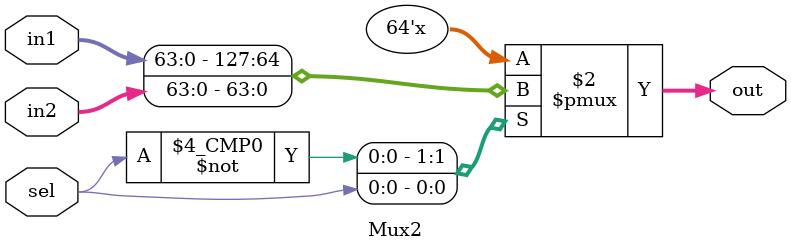
<source format=v>
module Mux2 #(
    parameter BUS_BITS = 64
) (
    input [BUS_BITS-1:0] in1,
    input [BUS_BITS-1:0] in2,
    input sel,
    output reg [BUS_BITS-1:0] out
);


  always @* begin
    case (sel)
      0: out <= in1;
      1: out <= in2;
    endcase
  end

endmodule

</source>
